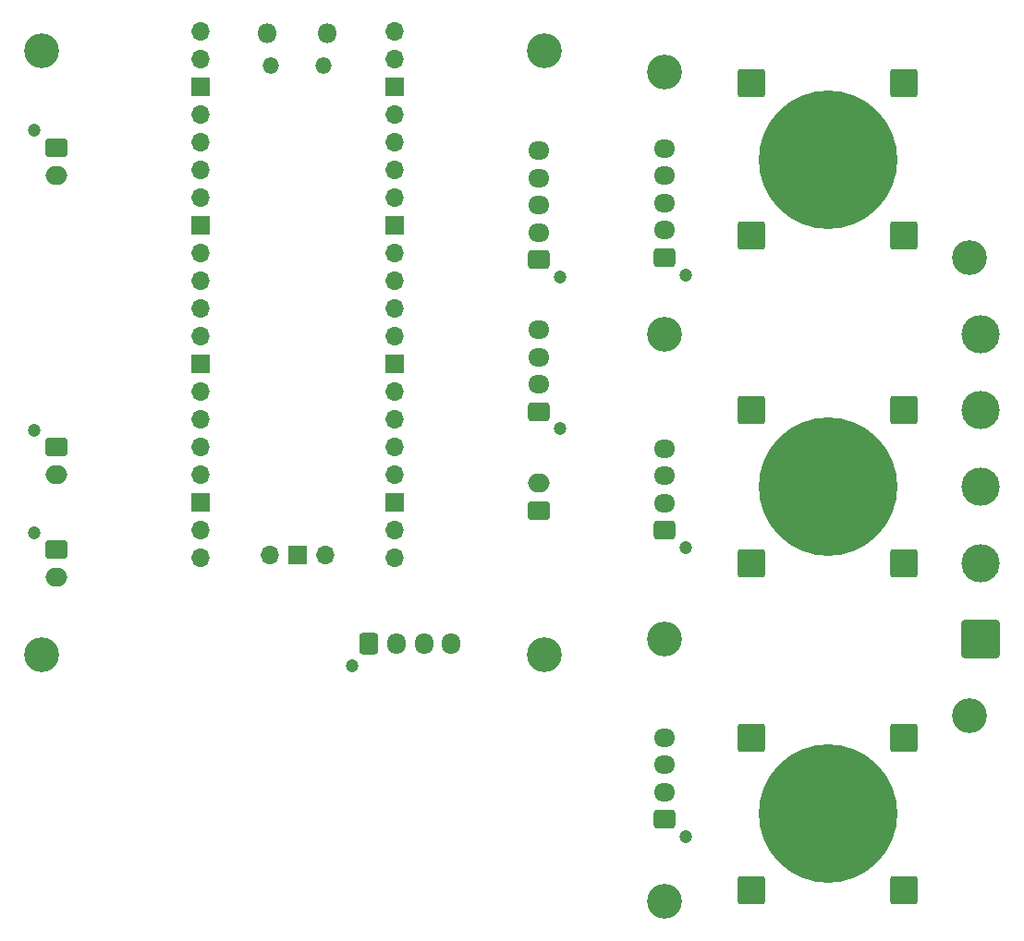
<source format=gbr>
%TF.GenerationSoftware,KiCad,Pcbnew,(6.0.5-0)*%
%TF.CreationDate,2022-07-08T00:30:47+01:00*%
%TF.ProjectId,control,636f6e74-726f-46c2-9e6b-696361645f70,rev?*%
%TF.SameCoordinates,Original*%
%TF.FileFunction,Soldermask,Bot*%
%TF.FilePolarity,Negative*%
%FSLAX46Y46*%
G04 Gerber Fmt 4.6, Leading zero omitted, Abs format (unit mm)*
G04 Created by KiCad (PCBNEW (6.0.5-0)) date 2022-07-08 00:30:47*
%MOMM*%
%LPD*%
G01*
G04 APERTURE LIST*
G04 Aperture macros list*
%AMRoundRect*
0 Rectangle with rounded corners*
0 $1 Rounding radius*
0 $2 $3 $4 $5 $6 $7 $8 $9 X,Y pos of 4 corners*
0 Add a 4 corners polygon primitive as box body*
4,1,4,$2,$3,$4,$5,$6,$7,$8,$9,$2,$3,0*
0 Add four circle primitives for the rounded corners*
1,1,$1+$1,$2,$3*
1,1,$1+$1,$4,$5*
1,1,$1+$1,$6,$7*
1,1,$1+$1,$8,$9*
0 Add four rect primitives between the rounded corners*
20,1,$1+$1,$2,$3,$4,$5,0*
20,1,$1+$1,$4,$5,$6,$7,0*
20,1,$1+$1,$6,$7,$8,$9,0*
20,1,$1+$1,$8,$9,$2,$3,0*%
G04 Aperture macros list end*
%ADD10C,3.200000*%
%ADD11C,12.700000*%
%ADD12C,1.200000*%
%ADD13RoundRect,0.250000X0.725000X-0.600000X0.725000X0.600000X-0.725000X0.600000X-0.725000X-0.600000X0*%
%ADD14O,1.950000X1.700000*%
%ADD15C,3.500000*%
%ADD16RoundRect,0.250002X1.499998X-1.499998X1.499998X1.499998X-1.499998X1.499998X-1.499998X-1.499998X0*%
%ADD17RoundRect,0.249999X-1.025001X-1.025001X1.025001X-1.025001X1.025001X1.025001X-1.025001X1.025001X0*%
%ADD18O,1.800000X1.800000*%
%ADD19O,1.500000X1.500000*%
%ADD20O,1.700000X1.700000*%
%ADD21R,1.700000X1.700000*%
%ADD22RoundRect,0.250000X0.750000X-0.600000X0.750000X0.600000X-0.750000X0.600000X-0.750000X-0.600000X0*%
%ADD23O,2.000000X1.700000*%
%ADD24RoundRect,0.250000X-0.750000X0.600000X-0.750000X-0.600000X0.750000X-0.600000X0.750000X0.600000X0*%
%ADD25RoundRect,0.250000X-0.600000X-0.725000X0.600000X-0.725000X0.600000X0.725000X-0.600000X0.725000X0*%
%ADD26O,1.700000X1.950000*%
G04 APERTURE END LIST*
D10*
%TO.C,H13*%
X122000000Y-128000000D03*
%TD*%
%TO.C,H12*%
X150000000Y-111000000D03*
%TD*%
%TO.C,H11*%
X122000000Y-76000000D03*
%TD*%
%TO.C,H10*%
X150000000Y-69000000D03*
%TD*%
%TO.C,H9*%
X122000000Y-52000000D03*
%TD*%
%TO.C,H8*%
X122000000Y-104000000D03*
%TD*%
D11*
%TO.C,H7*%
X137000000Y-120000000D03*
%TD*%
%TO.C,H6*%
X137000000Y-90000000D03*
%TD*%
%TO.C,H5*%
X137000000Y-60000000D03*
%TD*%
D12*
%TO.C,J26*%
X124000000Y-122100000D03*
D13*
X122000000Y-120500000D03*
D14*
X122000000Y-118000000D03*
X122000000Y-115500000D03*
X122000000Y-113000000D03*
%TD*%
D12*
%TO.C,J25*%
X124000000Y-95600000D03*
D13*
X122000000Y-94000000D03*
D14*
X122000000Y-91500000D03*
X122000000Y-89000000D03*
X122000000Y-86500000D03*
%TD*%
D12*
%TO.C,J24*%
X124000000Y-70600000D03*
D13*
X122000000Y-69000000D03*
D14*
X122000000Y-66500000D03*
X122000000Y-64000000D03*
X122000000Y-61500000D03*
X122000000Y-59000000D03*
%TD*%
D15*
%TO.C,J23*%
X151000000Y-76000000D03*
X151000000Y-83000000D03*
X151000000Y-90000000D03*
X151000000Y-97000000D03*
D16*
X151000000Y-104000000D03*
%TD*%
D17*
%TO.C,J22*%
X144000000Y-113000000D03*
%TD*%
%TO.C,J21*%
X144000000Y-83000000D03*
%TD*%
%TO.C,J20*%
X144000000Y-53000000D03*
%TD*%
%TO.C,J19*%
X144000000Y-127000000D03*
%TD*%
%TO.C,J18*%
X144000000Y-97000000D03*
%TD*%
%TO.C,J17*%
X144000000Y-67000000D03*
%TD*%
%TO.C,J16*%
X130000000Y-127000000D03*
%TD*%
%TO.C,J15*%
X130000000Y-97000000D03*
%TD*%
%TO.C,J14*%
X130000000Y-67000000D03*
%TD*%
%TO.C,J13*%
X130000000Y-113000000D03*
%TD*%
%TO.C,J11*%
X130000000Y-83000000D03*
%TD*%
%TO.C,J10*%
X130000000Y-53000000D03*
%TD*%
D18*
%TO.C,U2*%
X91117000Y-48390000D03*
D19*
X90817000Y-51420000D03*
X85967000Y-51420000D03*
D18*
X85667000Y-48390000D03*
D20*
X79502000Y-48260000D03*
X79502000Y-50800000D03*
D21*
X79502000Y-53340000D03*
D20*
X79502000Y-55880000D03*
X79502000Y-58420000D03*
X79502000Y-60960000D03*
X79502000Y-63500000D03*
D21*
X79502000Y-66040000D03*
D20*
X79502000Y-68580000D03*
X79502000Y-71120000D03*
X79502000Y-73660000D03*
X79502000Y-76200000D03*
D21*
X79502000Y-78740000D03*
D20*
X79502000Y-81280000D03*
X79502000Y-83820000D03*
X79502000Y-86360000D03*
X79502000Y-88900000D03*
D21*
X79502000Y-91440000D03*
D20*
X79502000Y-93980000D03*
X79502000Y-96520000D03*
X97282000Y-96520000D03*
X97282000Y-93980000D03*
D21*
X97282000Y-91440000D03*
D20*
X97282000Y-88900000D03*
X97282000Y-86360000D03*
X97282000Y-83820000D03*
X97282000Y-81280000D03*
D21*
X97282000Y-78740000D03*
D20*
X97282000Y-76200000D03*
X97282000Y-73660000D03*
X97282000Y-71120000D03*
X97282000Y-68580000D03*
D21*
X97282000Y-66040000D03*
D20*
X97282000Y-63500000D03*
X97282000Y-60960000D03*
X97282000Y-58420000D03*
X97282000Y-55880000D03*
D21*
X97282000Y-53340000D03*
D20*
X97282000Y-50800000D03*
X97282000Y-48260000D03*
X85852000Y-96290000D03*
D21*
X88392000Y-96290000D03*
D20*
X90932000Y-96290000D03*
%TD*%
D12*
%TO.C,J6*%
X112490000Y-70782000D03*
D13*
X110490000Y-69182000D03*
D14*
X110490000Y-66682000D03*
X110490000Y-64182000D03*
X110490000Y-61682000D03*
X110490000Y-59182000D03*
%TD*%
D10*
%TO.C,H3*%
X111000000Y-105410000D03*
%TD*%
%TO.C,H4*%
X65000000Y-105410000D03*
%TD*%
%TO.C,H1*%
X111000000Y-50000000D03*
%TD*%
D22*
%TO.C,J5*%
X110490000Y-92202000D03*
D23*
X110490000Y-89702000D03*
%TD*%
D12*
%TO.C,J1*%
X64294000Y-57328000D03*
D24*
X66294000Y-58928000D03*
D23*
X66294000Y-61428000D03*
%TD*%
D12*
%TO.C,J2*%
X64311000Y-84800000D03*
D24*
X66311000Y-86400000D03*
D23*
X66311000Y-88900000D03*
%TD*%
D12*
%TO.C,J7*%
X112490000Y-84705000D03*
D13*
X110490000Y-83105000D03*
D14*
X110490000Y-80605000D03*
X110490000Y-78105000D03*
X110490000Y-75605000D03*
%TD*%
D10*
%TO.C,H2*%
X65000000Y-50000000D03*
%TD*%
D12*
%TO.C,J4*%
X93389000Y-106394000D03*
D25*
X94989000Y-104394000D03*
D26*
X97489000Y-104394000D03*
X99989000Y-104394000D03*
X102489000Y-104394000D03*
%TD*%
D12*
%TO.C,J3*%
X64311000Y-94198000D03*
D24*
X66311000Y-95798000D03*
D23*
X66311000Y-98298000D03*
%TD*%
M02*

</source>
